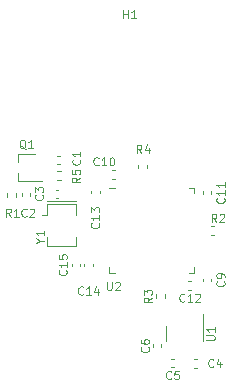
<source format=gto>
%TF.GenerationSoftware,KiCad,Pcbnew,6.0.11-3.fc37*%
%TF.CreationDate,2023-03-28T23:52:52+01:00*%
%TF.ProjectId,STMF411,53544d46-3431-4312-9e6b-696361645f70,1*%
%TF.SameCoordinates,Original*%
%TF.FileFunction,Legend,Top*%
%TF.FilePolarity,Positive*%
%FSLAX46Y46*%
G04 Gerber Fmt 4.6, Leading zero omitted, Abs format (unit mm)*
G04 Created by KiCad (PCBNEW 6.0.11-3.fc37) date 2023-03-28 23:52:52*
%MOMM*%
%LPD*%
G01*
G04 APERTURE LIST*
%ADD10C,0.120000*%
G04 APERTURE END LIST*
D10*
%TO.C,Q1*%
X19583333Y-26283333D02*
X19516666Y-26250000D01*
X19450000Y-26183333D01*
X19350000Y-26083333D01*
X19283333Y-26050000D01*
X19216666Y-26050000D01*
X19250000Y-26216666D02*
X19183333Y-26183333D01*
X19116666Y-26116666D01*
X19083333Y-25983333D01*
X19083333Y-25750000D01*
X19116666Y-25616666D01*
X19183333Y-25550000D01*
X19250000Y-25516666D01*
X19383333Y-25516666D01*
X19450000Y-25550000D01*
X19516666Y-25616666D01*
X19550000Y-25750000D01*
X19550000Y-25983333D01*
X19516666Y-26116666D01*
X19450000Y-26183333D01*
X19383333Y-26216666D01*
X19250000Y-26216666D01*
X20216666Y-26216666D02*
X19816666Y-26216666D01*
X20016666Y-26216666D02*
X20016666Y-25516666D01*
X19950000Y-25616666D01*
X19883333Y-25683333D01*
X19816666Y-25716666D01*
%TO.C,R1*%
X18333332Y-32016666D02*
X18099999Y-31683333D01*
X17933332Y-32016666D02*
X17933332Y-31316666D01*
X18199999Y-31316666D01*
X18266665Y-31350000D01*
X18299999Y-31383333D01*
X18333332Y-31450000D01*
X18333332Y-31550000D01*
X18299999Y-31616666D01*
X18266665Y-31650000D01*
X18199999Y-31683333D01*
X17933332Y-31683333D01*
X18999999Y-32016666D02*
X18599999Y-32016666D01*
X18799999Y-32016666D02*
X18799999Y-31316666D01*
X18733332Y-31416666D01*
X18666665Y-31483333D01*
X18599999Y-31516666D01*
%TO.C,C15*%
X22999999Y-36530001D02*
X23033332Y-36563334D01*
X23066665Y-36663334D01*
X23066665Y-36730001D01*
X23033332Y-36830001D01*
X22966665Y-36896667D01*
X22899999Y-36930001D01*
X22766665Y-36963334D01*
X22666665Y-36963334D01*
X22533332Y-36930001D01*
X22466665Y-36896667D01*
X22399999Y-36830001D01*
X22366665Y-36730001D01*
X22366665Y-36663334D01*
X22399999Y-36563334D01*
X22433332Y-36530001D01*
X23066665Y-35863334D02*
X23066665Y-36263334D01*
X23066665Y-36063334D02*
X22366665Y-36063334D01*
X22466665Y-36130001D01*
X22533332Y-36196667D01*
X22566665Y-36263334D01*
X22366665Y-35230001D02*
X22366665Y-35563334D01*
X22699999Y-35596667D01*
X22666665Y-35563334D01*
X22633332Y-35496667D01*
X22633332Y-35330001D01*
X22666665Y-35263334D01*
X22699999Y-35230001D01*
X22766665Y-35196667D01*
X22933332Y-35196667D01*
X22999999Y-35230001D01*
X23033332Y-35263334D01*
X23066665Y-35330001D01*
X23066665Y-35496667D01*
X23033332Y-35563334D01*
X22999999Y-35596667D01*
%TO.C,C9*%
X36350000Y-37466666D02*
X36383333Y-37500000D01*
X36416666Y-37600000D01*
X36416666Y-37666666D01*
X36383333Y-37766666D01*
X36316666Y-37833333D01*
X36250000Y-37866666D01*
X36116666Y-37900000D01*
X36016666Y-37900000D01*
X35883333Y-37866666D01*
X35816666Y-37833333D01*
X35750000Y-37766666D01*
X35716666Y-37666666D01*
X35716666Y-37600000D01*
X35750000Y-37500000D01*
X35783333Y-37466666D01*
X36416666Y-37133333D02*
X36416666Y-37000000D01*
X36383333Y-36933333D01*
X36350000Y-36900000D01*
X36250000Y-36833333D01*
X36116666Y-36800000D01*
X35850000Y-36800000D01*
X35783333Y-36833333D01*
X35750000Y-36866666D01*
X35716666Y-36933333D01*
X35716666Y-37066666D01*
X35750000Y-37133333D01*
X35783333Y-37166666D01*
X35850000Y-37200000D01*
X36016666Y-37200000D01*
X36083333Y-37166666D01*
X36116666Y-37133333D01*
X36150000Y-37066666D01*
X36150000Y-36933333D01*
X36116666Y-36866666D01*
X36083333Y-36833333D01*
X36016666Y-36800000D01*
%TO.C,R5*%
X24191666Y-28691666D02*
X23858333Y-28925000D01*
X24191666Y-29091666D02*
X23491666Y-29091666D01*
X23491666Y-28825000D01*
X23525000Y-28758333D01*
X23558333Y-28725000D01*
X23625000Y-28691666D01*
X23725000Y-28691666D01*
X23791666Y-28725000D01*
X23825000Y-28758333D01*
X23858333Y-28825000D01*
X23858333Y-29091666D01*
X23491666Y-28058333D02*
X23491666Y-28391666D01*
X23825000Y-28425000D01*
X23791666Y-28391666D01*
X23758333Y-28325000D01*
X23758333Y-28158333D01*
X23791666Y-28091666D01*
X23825000Y-28058333D01*
X23891666Y-28025000D01*
X24058333Y-28025000D01*
X24125000Y-28058333D01*
X24158333Y-28091666D01*
X24191666Y-28158333D01*
X24191666Y-28325000D01*
X24158333Y-28391666D01*
X24125000Y-28425000D01*
%TO.C,C5*%
X31903333Y-45685000D02*
X31870000Y-45718333D01*
X31770000Y-45751666D01*
X31703333Y-45751666D01*
X31603333Y-45718333D01*
X31536666Y-45651666D01*
X31503333Y-45585000D01*
X31470000Y-45451666D01*
X31470000Y-45351666D01*
X31503333Y-45218333D01*
X31536666Y-45151666D01*
X31603333Y-45085000D01*
X31703333Y-45051666D01*
X31770000Y-45051666D01*
X31870000Y-45085000D01*
X31903333Y-45118333D01*
X32536666Y-45051666D02*
X32203333Y-45051666D01*
X32170000Y-45385000D01*
X32203333Y-45351666D01*
X32270000Y-45318333D01*
X32436666Y-45318333D01*
X32503333Y-45351666D01*
X32536666Y-45385000D01*
X32570000Y-45451666D01*
X32570000Y-45618333D01*
X32536666Y-45685000D01*
X32503333Y-45718333D01*
X32436666Y-45751666D01*
X32270000Y-45751666D01*
X32203333Y-45718333D01*
X32170000Y-45685000D01*
%TO.C,C1*%
X24150000Y-27166666D02*
X24183333Y-27200000D01*
X24216666Y-27300000D01*
X24216666Y-27366666D01*
X24183333Y-27466666D01*
X24116666Y-27533333D01*
X24050000Y-27566666D01*
X23916666Y-27600000D01*
X23816666Y-27600000D01*
X23683333Y-27566666D01*
X23616666Y-27533333D01*
X23550000Y-27466666D01*
X23516666Y-27366666D01*
X23516666Y-27300000D01*
X23550000Y-27200000D01*
X23583333Y-27166666D01*
X24216666Y-26500000D02*
X24216666Y-26900000D01*
X24216666Y-26700000D02*
X23516666Y-26700000D01*
X23616666Y-26766666D01*
X23683333Y-26833333D01*
X23716666Y-26900000D01*
%TO.C,C13*%
X25750000Y-32550000D02*
X25783333Y-32583333D01*
X25816666Y-32683333D01*
X25816666Y-32750000D01*
X25783333Y-32850000D01*
X25716666Y-32916666D01*
X25650000Y-32950000D01*
X25516666Y-32983333D01*
X25416666Y-32983333D01*
X25283333Y-32950000D01*
X25216666Y-32916666D01*
X25150000Y-32850000D01*
X25116666Y-32750000D01*
X25116666Y-32683333D01*
X25150000Y-32583333D01*
X25183333Y-32550000D01*
X25816666Y-31883333D02*
X25816666Y-32283333D01*
X25816666Y-32083333D02*
X25116666Y-32083333D01*
X25216666Y-32150000D01*
X25283333Y-32216666D01*
X25316666Y-32283333D01*
X25116666Y-31650000D02*
X25116666Y-31216666D01*
X25383333Y-31450000D01*
X25383333Y-31350000D01*
X25416666Y-31283333D01*
X25450000Y-31250000D01*
X25516666Y-31216666D01*
X25683333Y-31216666D01*
X25750000Y-31250000D01*
X25783333Y-31283333D01*
X25816666Y-31350000D01*
X25816666Y-31550000D01*
X25783333Y-31616666D01*
X25750000Y-31650000D01*
%TO.C,R3*%
X30266666Y-38851666D02*
X29933333Y-39085000D01*
X30266666Y-39251666D02*
X29566666Y-39251666D01*
X29566666Y-38985000D01*
X29600000Y-38918333D01*
X29633333Y-38885000D01*
X29700000Y-38851666D01*
X29800000Y-38851666D01*
X29866666Y-38885000D01*
X29900000Y-38918333D01*
X29933333Y-38985000D01*
X29933333Y-39251666D01*
X29566666Y-38618333D02*
X29566666Y-38185000D01*
X29833333Y-38418333D01*
X29833333Y-38318333D01*
X29866666Y-38251666D01*
X29900000Y-38218333D01*
X29966666Y-38185000D01*
X30133333Y-38185000D01*
X30200000Y-38218333D01*
X30233333Y-38251666D01*
X30266666Y-38318333D01*
X30266666Y-38518333D01*
X30233333Y-38585000D01*
X30200000Y-38618333D01*
%TO.C,C6*%
X29950000Y-43041666D02*
X29983333Y-43075000D01*
X30016666Y-43175000D01*
X30016666Y-43241666D01*
X29983333Y-43341666D01*
X29916666Y-43408333D01*
X29850000Y-43441666D01*
X29716666Y-43475000D01*
X29616666Y-43475000D01*
X29483333Y-43441666D01*
X29416666Y-43408333D01*
X29350000Y-43341666D01*
X29316666Y-43241666D01*
X29316666Y-43175000D01*
X29350000Y-43075000D01*
X29383333Y-43041666D01*
X29316666Y-42441666D02*
X29316666Y-42575000D01*
X29350000Y-42641666D01*
X29383333Y-42675000D01*
X29483333Y-42741666D01*
X29616666Y-42775000D01*
X29883333Y-42775000D01*
X29950000Y-42741666D01*
X29983333Y-42708333D01*
X30016666Y-42641666D01*
X30016666Y-42508333D01*
X29983333Y-42441666D01*
X29950000Y-42408333D01*
X29883333Y-42375000D01*
X29716666Y-42375000D01*
X29650000Y-42408333D01*
X29616666Y-42441666D01*
X29583333Y-42508333D01*
X29583333Y-42641666D01*
X29616666Y-42708333D01*
X29650000Y-42741666D01*
X29716666Y-42775000D01*
%TO.C,C10*%
X25750000Y-27600000D02*
X25716666Y-27633333D01*
X25616666Y-27666666D01*
X25550000Y-27666666D01*
X25450000Y-27633333D01*
X25383333Y-27566666D01*
X25350000Y-27500000D01*
X25316666Y-27366666D01*
X25316666Y-27266666D01*
X25350000Y-27133333D01*
X25383333Y-27066666D01*
X25450000Y-27000000D01*
X25550000Y-26966666D01*
X25616666Y-26966666D01*
X25716666Y-27000000D01*
X25750000Y-27033333D01*
X26416666Y-27666666D02*
X26016666Y-27666666D01*
X26216666Y-27666666D02*
X26216666Y-26966666D01*
X26150000Y-27066666D01*
X26083333Y-27133333D01*
X26016666Y-27166666D01*
X26850000Y-26966666D02*
X26916666Y-26966666D01*
X26983333Y-27000000D01*
X27016666Y-27033333D01*
X27050000Y-27100000D01*
X27083333Y-27233333D01*
X27083333Y-27400000D01*
X27050000Y-27533333D01*
X27016666Y-27600000D01*
X26983333Y-27633333D01*
X26916666Y-27666666D01*
X26850000Y-27666666D01*
X26783333Y-27633333D01*
X26750000Y-27600000D01*
X26716666Y-27533333D01*
X26683333Y-27400000D01*
X26683333Y-27233333D01*
X26716666Y-27100000D01*
X26750000Y-27033333D01*
X26783333Y-27000000D01*
X26850000Y-26966666D01*
%TO.C,C11*%
X36359999Y-30430000D02*
X36393332Y-30463333D01*
X36426665Y-30563333D01*
X36426665Y-30630000D01*
X36393332Y-30730000D01*
X36326665Y-30796666D01*
X36259999Y-30830000D01*
X36126665Y-30863333D01*
X36026665Y-30863333D01*
X35893332Y-30830000D01*
X35826665Y-30796666D01*
X35759999Y-30730000D01*
X35726665Y-30630000D01*
X35726665Y-30563333D01*
X35759999Y-30463333D01*
X35793332Y-30430000D01*
X36426665Y-29763333D02*
X36426665Y-30163333D01*
X36426665Y-29963333D02*
X35726665Y-29963333D01*
X35826665Y-30030000D01*
X35893332Y-30096666D01*
X35926665Y-30163333D01*
X36426665Y-29096666D02*
X36426665Y-29496666D01*
X36426665Y-29296666D02*
X35726665Y-29296666D01*
X35826665Y-29363333D01*
X35893332Y-29430000D01*
X35926665Y-29496666D01*
%TO.C,U2*%
X26466666Y-37516666D02*
X26466666Y-38083333D01*
X26500000Y-38150000D01*
X26533333Y-38183333D01*
X26600000Y-38216666D01*
X26733333Y-38216666D01*
X26800000Y-38183333D01*
X26833333Y-38150000D01*
X26866666Y-38083333D01*
X26866666Y-37516666D01*
X27166666Y-37583333D02*
X27200000Y-37550000D01*
X27266666Y-37516666D01*
X27433333Y-37516666D01*
X27500000Y-37550000D01*
X27533333Y-37583333D01*
X27566666Y-37650000D01*
X27566666Y-37716666D01*
X27533333Y-37816666D01*
X27133333Y-38216666D01*
X27566666Y-38216666D01*
%TO.C,Y1*%
X20783333Y-34033333D02*
X21116666Y-34033333D01*
X20416666Y-34266666D02*
X20783333Y-34033333D01*
X20416666Y-33800000D01*
X21116666Y-33200000D02*
X21116666Y-33600000D01*
X21116666Y-33400000D02*
X20416666Y-33400000D01*
X20516666Y-33466666D01*
X20583333Y-33533333D01*
X20616666Y-33600000D01*
%TO.C,C14*%
X24450000Y-38550000D02*
X24416666Y-38583333D01*
X24316666Y-38616666D01*
X24250000Y-38616666D01*
X24150000Y-38583333D01*
X24083333Y-38516666D01*
X24050000Y-38450000D01*
X24016666Y-38316666D01*
X24016666Y-38216666D01*
X24050000Y-38083333D01*
X24083333Y-38016666D01*
X24150000Y-37950000D01*
X24250000Y-37916666D01*
X24316666Y-37916666D01*
X24416666Y-37950000D01*
X24450000Y-37983333D01*
X25116666Y-38616666D02*
X24716666Y-38616666D01*
X24916666Y-38616666D02*
X24916666Y-37916666D01*
X24850000Y-38016666D01*
X24783333Y-38083333D01*
X24716666Y-38116666D01*
X25716666Y-38150000D02*
X25716666Y-38616666D01*
X25550000Y-37883333D02*
X25383333Y-38383333D01*
X25816666Y-38383333D01*
%TO.C,C3*%
X21000000Y-30166666D02*
X21033333Y-30200000D01*
X21066666Y-30300000D01*
X21066666Y-30366666D01*
X21033333Y-30466666D01*
X20966666Y-30533333D01*
X20900000Y-30566666D01*
X20766666Y-30600000D01*
X20666666Y-30600000D01*
X20533333Y-30566666D01*
X20466666Y-30533333D01*
X20400000Y-30466666D01*
X20366666Y-30366666D01*
X20366666Y-30300000D01*
X20400000Y-30200000D01*
X20433333Y-30166666D01*
X20366666Y-29933333D02*
X20366666Y-29500000D01*
X20633333Y-29733333D01*
X20633333Y-29633333D01*
X20666666Y-29566666D01*
X20700000Y-29533333D01*
X20766666Y-29500000D01*
X20933333Y-29500000D01*
X21000000Y-29533333D01*
X21033333Y-29566666D01*
X21066666Y-29633333D01*
X21066666Y-29833333D01*
X21033333Y-29900000D01*
X21000000Y-29933333D01*
%TO.C,R2*%
X35733333Y-32466666D02*
X35500000Y-32133333D01*
X35333333Y-32466666D02*
X35333333Y-31766666D01*
X35600000Y-31766666D01*
X35666666Y-31800000D01*
X35700000Y-31833333D01*
X35733333Y-31900000D01*
X35733333Y-32000000D01*
X35700000Y-32066666D01*
X35666666Y-32100000D01*
X35600000Y-32133333D01*
X35333333Y-32133333D01*
X36000000Y-31833333D02*
X36033333Y-31800000D01*
X36100000Y-31766666D01*
X36266666Y-31766666D01*
X36333333Y-31800000D01*
X36366666Y-31833333D01*
X36400000Y-31900000D01*
X36400000Y-31966666D01*
X36366666Y-32066666D01*
X35966666Y-32466666D01*
X36400000Y-32466666D01*
%TO.C,C12*%
X33020000Y-39155000D02*
X32986666Y-39188333D01*
X32886666Y-39221666D01*
X32820000Y-39221666D01*
X32720000Y-39188333D01*
X32653333Y-39121666D01*
X32620000Y-39055000D01*
X32586666Y-38921666D01*
X32586666Y-38821666D01*
X32620000Y-38688333D01*
X32653333Y-38621666D01*
X32720000Y-38555000D01*
X32820000Y-38521666D01*
X32886666Y-38521666D01*
X32986666Y-38555000D01*
X33020000Y-38588333D01*
X33686666Y-39221666D02*
X33286666Y-39221666D01*
X33486666Y-39221666D02*
X33486666Y-38521666D01*
X33420000Y-38621666D01*
X33353333Y-38688333D01*
X33286666Y-38721666D01*
X33953333Y-38588333D02*
X33986666Y-38555000D01*
X34053333Y-38521666D01*
X34220000Y-38521666D01*
X34286666Y-38555000D01*
X34320000Y-38588333D01*
X34353333Y-38655000D01*
X34353333Y-38721666D01*
X34320000Y-38821666D01*
X33920000Y-39221666D01*
X34353333Y-39221666D01*
%TO.C,H1*%
X27816666Y-15191666D02*
X27816666Y-14491666D01*
X27816666Y-14825000D02*
X28216666Y-14825000D01*
X28216666Y-15191666D02*
X28216666Y-14491666D01*
X28916666Y-15191666D02*
X28516666Y-15191666D01*
X28716666Y-15191666D02*
X28716666Y-14491666D01*
X28650000Y-14591666D01*
X28583333Y-14658333D01*
X28516666Y-14691666D01*
%TO.C,C2*%
X19658333Y-31950000D02*
X19625000Y-31983333D01*
X19525000Y-32016666D01*
X19458333Y-32016666D01*
X19358333Y-31983333D01*
X19291666Y-31916666D01*
X19258333Y-31850000D01*
X19225000Y-31716666D01*
X19225000Y-31616666D01*
X19258333Y-31483333D01*
X19291666Y-31416666D01*
X19358333Y-31350000D01*
X19458333Y-31316666D01*
X19525000Y-31316666D01*
X19625000Y-31350000D01*
X19658333Y-31383333D01*
X19925000Y-31383333D02*
X19958333Y-31350000D01*
X20025000Y-31316666D01*
X20191666Y-31316666D01*
X20258333Y-31350000D01*
X20291666Y-31383333D01*
X20325000Y-31450000D01*
X20325000Y-31516666D01*
X20291666Y-31616666D01*
X19891666Y-32016666D01*
X20325000Y-32016666D01*
%TO.C,R4*%
X29383333Y-26616666D02*
X29150000Y-26283333D01*
X28983333Y-26616666D02*
X28983333Y-25916666D01*
X29250000Y-25916666D01*
X29316666Y-25950000D01*
X29350000Y-25983333D01*
X29383333Y-26050000D01*
X29383333Y-26150000D01*
X29350000Y-26216666D01*
X29316666Y-26250000D01*
X29250000Y-26283333D01*
X28983333Y-26283333D01*
X29983333Y-26150000D02*
X29983333Y-26616666D01*
X29816666Y-25883333D02*
X29650000Y-26383333D01*
X30083333Y-26383333D01*
%TO.C,C4*%
X35473333Y-44685000D02*
X35440000Y-44718333D01*
X35340000Y-44751666D01*
X35273333Y-44751666D01*
X35173333Y-44718333D01*
X35106666Y-44651666D01*
X35073333Y-44585000D01*
X35040000Y-44451666D01*
X35040000Y-44351666D01*
X35073333Y-44218333D01*
X35106666Y-44151666D01*
X35173333Y-44085000D01*
X35273333Y-44051666D01*
X35340000Y-44051666D01*
X35440000Y-44085000D01*
X35473333Y-44118333D01*
X36073333Y-44285000D02*
X36073333Y-44751666D01*
X35906666Y-44018333D02*
X35740000Y-44518333D01*
X36173333Y-44518333D01*
%TO.C,U1*%
X34876666Y-42458333D02*
X35443333Y-42458333D01*
X35510000Y-42425000D01*
X35543333Y-42391666D01*
X35576666Y-42325000D01*
X35576666Y-42191666D01*
X35543333Y-42125000D01*
X35510000Y-42091666D01*
X35443333Y-42058333D01*
X34876666Y-42058333D01*
X35576666Y-41358333D02*
X35576666Y-41758333D01*
X35576666Y-41558333D02*
X34876666Y-41558333D01*
X34976666Y-41625000D01*
X35043333Y-41691666D01*
X35076666Y-41758333D01*
%TO.C,Q1*%
X20330000Y-26690000D02*
X18920000Y-26690000D01*
X18920000Y-29010000D02*
X18920000Y-28350000D01*
X18920000Y-29010000D02*
X20950000Y-29010000D01*
X18920000Y-27350000D02*
X18920000Y-26690000D01*
%TO.C,R1*%
X18779999Y-30313641D02*
X18779999Y-30006359D01*
X18019999Y-30313641D02*
X18019999Y-30006359D01*
%TO.C,C15*%
X23490000Y-35972165D02*
X23490000Y-36187837D01*
X24210000Y-35972165D02*
X24210000Y-36187837D01*
%TO.C,C9*%
X35310000Y-37477836D02*
X35310000Y-37262164D01*
X34590000Y-37477836D02*
X34590000Y-37262164D01*
%TO.C,R5*%
X22256359Y-28120000D02*
X22563641Y-28120000D01*
X22256359Y-28880000D02*
X22563641Y-28880000D01*
%TO.C,C5*%
X32127836Y-44052500D02*
X31912164Y-44052500D01*
X32127836Y-44772500D02*
X31912164Y-44772500D01*
%TO.C,C1*%
X22272164Y-26840000D02*
X22487836Y-26840000D01*
X22272164Y-27560000D02*
X22487836Y-27560000D01*
%TO.C,C13*%
X25860000Y-30027836D02*
X25860000Y-29812164D01*
X25140000Y-30027836D02*
X25140000Y-29812164D01*
%TO.C,R3*%
X31379999Y-38581359D02*
X31379999Y-38888641D01*
X30619999Y-38581359D02*
X30619999Y-38888641D01*
%TO.C,C6*%
X30340000Y-42797164D02*
X30340000Y-43012836D01*
X31060000Y-42797164D02*
X31060000Y-43012836D01*
%TO.C,C10*%
X26922163Y-28810000D02*
X27137835Y-28810000D01*
X26922163Y-28090000D02*
X27137835Y-28090000D01*
%TO.C,C11*%
X35309999Y-29872164D02*
X35309999Y-30087836D01*
X34589999Y-29872164D02*
X34589999Y-30087836D01*
%TO.C,U2*%
X33385000Y-36760000D02*
X33860000Y-36760000D01*
X33860000Y-36760000D02*
X33860000Y-36285000D01*
X33860000Y-29540000D02*
X33860000Y-30015000D01*
X33385000Y-29540000D02*
X33860000Y-29540000D01*
X27115000Y-29540000D02*
X26640000Y-29540000D01*
X26640000Y-36760000D02*
X26640000Y-36285000D01*
X27115000Y-36760000D02*
X26640000Y-36760000D01*
%TO.C,Y1*%
X21800000Y-34500000D02*
X21400000Y-34500000D01*
X23800000Y-33700000D02*
X23800000Y-34500000D01*
X21800000Y-30900000D02*
X21400000Y-30900000D01*
X23800000Y-30900000D02*
X23800000Y-31900000D01*
X21800000Y-30700000D02*
X21400000Y-30700000D01*
X21400000Y-34500000D02*
X21400000Y-33700000D01*
X23800000Y-34500000D02*
X21800000Y-34500000D01*
X21400000Y-31900000D02*
X21400000Y-30900000D01*
X21400000Y-31900000D02*
X21000000Y-31900000D01*
X21800000Y-30900000D02*
X23800000Y-30900000D01*
X23800000Y-30700000D02*
X21800000Y-30700000D01*
%TO.C,C14*%
X25260000Y-35972164D02*
X25260000Y-36187836D01*
X24540000Y-35972164D02*
X24540000Y-36187836D01*
%TO.C,C3*%
X22357836Y-29740000D02*
X22142164Y-29740000D01*
X22357836Y-30460000D02*
X22142164Y-30460000D01*
%TO.C,R2*%
X35563641Y-33530000D02*
X35256359Y-33530000D01*
X35563641Y-32770000D02*
X35256359Y-32770000D01*
%TO.C,C12*%
X33577836Y-37490000D02*
X33362164Y-37490000D01*
X33577836Y-38210000D02*
X33362164Y-38210000D01*
%TO.C,C2*%
X19240000Y-30237836D02*
X19240000Y-30022164D01*
X19960000Y-30237836D02*
X19960000Y-30022164D01*
%TO.C,R4*%
X29094999Y-27918641D02*
X29094999Y-27611359D01*
X29854999Y-27918641D02*
X29854999Y-27611359D01*
%TO.C,C4*%
X33872164Y-44785000D02*
X34087836Y-44785000D01*
X33872164Y-44065000D02*
X34087836Y-44065000D01*
%TO.C,U1*%
X34560000Y-41925000D02*
X34560000Y-42575000D01*
X31440000Y-41925000D02*
X31440000Y-41275000D01*
X34560000Y-41925000D02*
X34560000Y-40250000D01*
X31440000Y-41925000D02*
X31440000Y-42575000D01*
%TD*%
M02*

</source>
